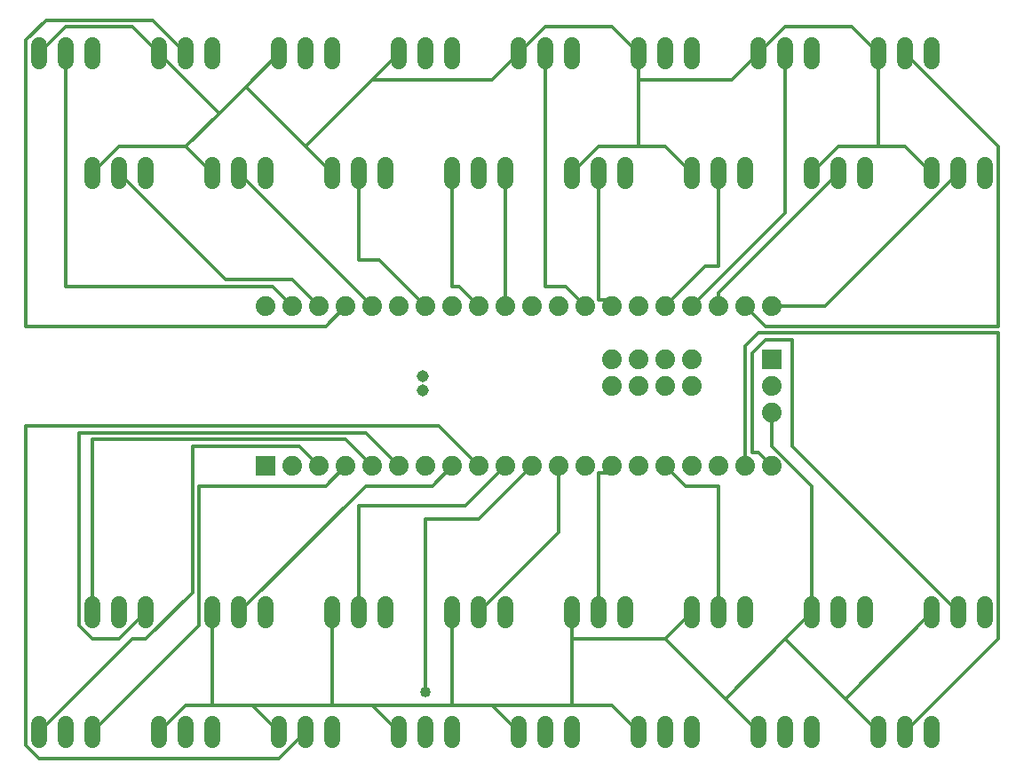
<source format=gbl>
G75*
%MOIN*%
%OFA0B0*%
%FSLAX25Y25*%
%IPPOS*%
%LPD*%
%AMOC8*
5,1,8,0,0,1.08239X$1,22.5*
%
%ADD10R,0.07400X0.07400*%
%ADD11C,0.07400*%
%ADD12C,0.04500*%
%ADD13C,0.05937*%
%ADD14C,0.01200*%
%ADD15C,0.04000*%
D10*
X0116800Y0136800D03*
X0306800Y0176800D03*
D11*
X0306800Y0166800D03*
X0306800Y0156800D03*
X0306800Y0136800D03*
X0296800Y0136800D03*
X0286800Y0136800D03*
X0276800Y0136800D03*
X0266800Y0136800D03*
X0256800Y0136800D03*
X0246800Y0136800D03*
X0236800Y0136800D03*
X0226800Y0136800D03*
X0216800Y0136800D03*
X0206800Y0136800D03*
X0196800Y0136800D03*
X0186800Y0136800D03*
X0176800Y0136800D03*
X0166800Y0136800D03*
X0156800Y0136800D03*
X0146800Y0136800D03*
X0136800Y0136800D03*
X0126800Y0136800D03*
X0126800Y0196800D03*
X0116800Y0196800D03*
X0136800Y0196800D03*
X0146800Y0196800D03*
X0156800Y0196800D03*
X0166800Y0196800D03*
X0176800Y0196800D03*
X0186800Y0196800D03*
X0196800Y0196800D03*
X0206800Y0196800D03*
X0216800Y0196800D03*
X0226800Y0196800D03*
X0236800Y0196800D03*
X0246800Y0196800D03*
X0256800Y0196800D03*
X0266800Y0196800D03*
X0276800Y0196800D03*
X0286800Y0196800D03*
X0296800Y0196800D03*
X0306800Y0196800D03*
X0276800Y0176800D03*
X0276800Y0166800D03*
X0266800Y0166800D03*
X0256800Y0166800D03*
X0246800Y0166800D03*
X0246800Y0176800D03*
X0256800Y0176800D03*
X0266800Y0176800D03*
D12*
X0175800Y0170400D03*
X0175800Y0165200D03*
D13*
X0186800Y0084769D02*
X0186800Y0078831D01*
X0196800Y0078831D02*
X0196800Y0084769D01*
X0206800Y0084769D02*
X0206800Y0078831D01*
X0231800Y0078831D02*
X0231800Y0084769D01*
X0241800Y0084769D02*
X0241800Y0078831D01*
X0251800Y0078831D02*
X0251800Y0084769D01*
X0276800Y0084769D02*
X0276800Y0078831D01*
X0286800Y0078831D02*
X0286800Y0084769D01*
X0296800Y0084769D02*
X0296800Y0078831D01*
X0321800Y0078831D02*
X0321800Y0084769D01*
X0331800Y0084769D02*
X0331800Y0078831D01*
X0341800Y0078831D02*
X0341800Y0084769D01*
X0366800Y0084769D02*
X0366800Y0078831D01*
X0376800Y0078831D02*
X0376800Y0084769D01*
X0386800Y0084769D02*
X0386800Y0078831D01*
X0366800Y0039769D02*
X0366800Y0033831D01*
X0356800Y0033831D02*
X0356800Y0039769D01*
X0346800Y0039769D02*
X0346800Y0033831D01*
X0321800Y0033831D02*
X0321800Y0039769D01*
X0311800Y0039769D02*
X0311800Y0033831D01*
X0301800Y0033831D02*
X0301800Y0039769D01*
X0276800Y0039769D02*
X0276800Y0033831D01*
X0266800Y0033831D02*
X0266800Y0039769D01*
X0256800Y0039769D02*
X0256800Y0033831D01*
X0231800Y0033831D02*
X0231800Y0039769D01*
X0221800Y0039769D02*
X0221800Y0033831D01*
X0211800Y0033831D02*
X0211800Y0039769D01*
X0186800Y0039769D02*
X0186800Y0033831D01*
X0176800Y0033831D02*
X0176800Y0039769D01*
X0166800Y0039769D02*
X0166800Y0033831D01*
X0141800Y0033831D02*
X0141800Y0039769D01*
X0131800Y0039769D02*
X0131800Y0033831D01*
X0121800Y0033831D02*
X0121800Y0039769D01*
X0096800Y0039769D02*
X0096800Y0033831D01*
X0086800Y0033831D02*
X0086800Y0039769D01*
X0076800Y0039769D02*
X0076800Y0033831D01*
X0051800Y0033831D02*
X0051800Y0039769D01*
X0041800Y0039769D02*
X0041800Y0033831D01*
X0031800Y0033831D02*
X0031800Y0039769D01*
X0051800Y0078831D02*
X0051800Y0084769D01*
X0061800Y0084769D02*
X0061800Y0078831D01*
X0071800Y0078831D02*
X0071800Y0084769D01*
X0096800Y0084769D02*
X0096800Y0078831D01*
X0106800Y0078831D02*
X0106800Y0084769D01*
X0116800Y0084769D02*
X0116800Y0078831D01*
X0141800Y0078831D02*
X0141800Y0084769D01*
X0151800Y0084769D02*
X0151800Y0078831D01*
X0161800Y0078831D02*
X0161800Y0084769D01*
X0161800Y0243831D02*
X0161800Y0249769D01*
X0151800Y0249769D02*
X0151800Y0243831D01*
X0141800Y0243831D02*
X0141800Y0249769D01*
X0116800Y0249769D02*
X0116800Y0243831D01*
X0106800Y0243831D02*
X0106800Y0249769D01*
X0096800Y0249769D02*
X0096800Y0243831D01*
X0071800Y0243831D02*
X0071800Y0249769D01*
X0061800Y0249769D02*
X0061800Y0243831D01*
X0051800Y0243831D02*
X0051800Y0249769D01*
X0051800Y0288831D02*
X0051800Y0294769D01*
X0041800Y0294769D02*
X0041800Y0288831D01*
X0031800Y0288831D02*
X0031800Y0294769D01*
X0076800Y0294769D02*
X0076800Y0288831D01*
X0086800Y0288831D02*
X0086800Y0294769D01*
X0096800Y0294769D02*
X0096800Y0288831D01*
X0121800Y0288831D02*
X0121800Y0294769D01*
X0131800Y0294769D02*
X0131800Y0288831D01*
X0141800Y0288831D02*
X0141800Y0294769D01*
X0166800Y0294769D02*
X0166800Y0288831D01*
X0176800Y0288831D02*
X0176800Y0294769D01*
X0186800Y0294769D02*
X0186800Y0288831D01*
X0211800Y0288831D02*
X0211800Y0294769D01*
X0221800Y0294769D02*
X0221800Y0288831D01*
X0231800Y0288831D02*
X0231800Y0294769D01*
X0256800Y0294769D02*
X0256800Y0288831D01*
X0266800Y0288831D02*
X0266800Y0294769D01*
X0276800Y0294769D02*
X0276800Y0288831D01*
X0301800Y0288831D02*
X0301800Y0294769D01*
X0311800Y0294769D02*
X0311800Y0288831D01*
X0321800Y0288831D02*
X0321800Y0294769D01*
X0346800Y0294769D02*
X0346800Y0288831D01*
X0356800Y0288831D02*
X0356800Y0294769D01*
X0366800Y0294769D02*
X0366800Y0288831D01*
X0366800Y0249769D02*
X0366800Y0243831D01*
X0376800Y0243831D02*
X0376800Y0249769D01*
X0386800Y0249769D02*
X0386800Y0243831D01*
X0341800Y0243831D02*
X0341800Y0249769D01*
X0331800Y0249769D02*
X0331800Y0243831D01*
X0321800Y0243831D02*
X0321800Y0249769D01*
X0296800Y0249769D02*
X0296800Y0243831D01*
X0286800Y0243831D02*
X0286800Y0249769D01*
X0276800Y0249769D02*
X0276800Y0243831D01*
X0251800Y0243831D02*
X0251800Y0249769D01*
X0241800Y0249769D02*
X0241800Y0243831D01*
X0231800Y0243831D02*
X0231800Y0249769D01*
X0206800Y0249769D02*
X0206800Y0243831D01*
X0196800Y0243831D02*
X0196800Y0249769D01*
X0186800Y0249769D02*
X0186800Y0243831D01*
D14*
X0026800Y0031800D02*
X0031800Y0026800D01*
X0121800Y0026800D01*
X0131800Y0036800D01*
X0121800Y0036800D02*
X0111800Y0046800D01*
X0141800Y0046800D01*
X0141800Y0081800D01*
X0151800Y0081800D02*
X0151800Y0121800D01*
X0191800Y0121800D01*
X0206800Y0136800D01*
X0196800Y0136800D02*
X0181800Y0151800D01*
X0026800Y0151800D01*
X0026800Y0031800D01*
X0031800Y0036800D02*
X0066800Y0071800D01*
X0071800Y0071800D01*
X0089300Y0089300D01*
X0089300Y0144300D01*
X0129300Y0144300D01*
X0136800Y0136800D01*
X0139300Y0129300D02*
X0146800Y0136800D01*
X0156800Y0136800D02*
X0146800Y0146800D01*
X0051800Y0146800D01*
X0051800Y0081800D01*
X0046800Y0076800D02*
X0046800Y0149300D01*
X0154300Y0149300D01*
X0166800Y0136800D01*
X0179300Y0129300D02*
X0154300Y0129300D01*
X0106800Y0081800D01*
X0096800Y0081800D02*
X0096800Y0046800D01*
X0086800Y0046800D01*
X0076800Y0036800D01*
X0096800Y0046800D02*
X0111800Y0046800D01*
X0141800Y0046800D02*
X0156800Y0046800D01*
X0186800Y0046800D01*
X0186800Y0081800D01*
X0196800Y0081800D02*
X0226800Y0111800D01*
X0226800Y0136800D01*
X0216800Y0136800D02*
X0196800Y0116800D01*
X0176800Y0116800D01*
X0176800Y0051800D01*
X0186800Y0046800D02*
X0201800Y0046800D01*
X0231800Y0046800D01*
X0231800Y0071800D01*
X0266800Y0071800D01*
X0289300Y0049300D01*
X0311800Y0071800D01*
X0334300Y0049300D01*
X0366800Y0081800D01*
X0376800Y0081800D02*
X0314300Y0144300D01*
X0314300Y0184300D01*
X0304300Y0184300D01*
X0299300Y0179300D01*
X0299300Y0141800D01*
X0301800Y0141800D01*
X0306800Y0136800D01*
X0306800Y0144300D02*
X0321800Y0129300D01*
X0321800Y0081800D01*
X0311800Y0071800D01*
X0286800Y0081800D02*
X0286800Y0129300D01*
X0274300Y0129300D01*
X0266800Y0136800D01*
X0246800Y0136800D02*
X0244300Y0134300D01*
X0241800Y0134300D01*
X0241800Y0081800D01*
X0231800Y0081800D02*
X0231800Y0071800D01*
X0231800Y0046800D02*
X0246800Y0046800D01*
X0256800Y0036800D01*
X0289300Y0049300D02*
X0301800Y0036800D01*
X0334300Y0049300D02*
X0346800Y0036800D01*
X0356800Y0036800D02*
X0391800Y0071800D01*
X0391800Y0186800D01*
X0301800Y0186800D01*
X0296800Y0181800D01*
X0296800Y0136800D01*
X0306800Y0144300D02*
X0306800Y0156800D01*
X0304300Y0189300D02*
X0296800Y0196800D01*
X0286800Y0196800D02*
X0286800Y0201800D01*
X0331800Y0246800D01*
X0331800Y0256800D02*
X0346800Y0256800D01*
X0346800Y0291800D01*
X0336800Y0301800D01*
X0311800Y0301800D01*
X0301800Y0291800D01*
X0291800Y0281800D01*
X0256800Y0281800D01*
X0256800Y0291800D01*
X0246800Y0301800D01*
X0221800Y0301800D01*
X0211800Y0291800D01*
X0201800Y0281800D01*
X0156800Y0281800D01*
X0166800Y0291800D01*
X0156800Y0281800D02*
X0131800Y0256800D01*
X0141800Y0246800D01*
X0151800Y0246800D02*
X0151800Y0214300D01*
X0159300Y0214300D01*
X0176800Y0196800D01*
X0186800Y0204300D02*
X0189300Y0204300D01*
X0196800Y0196800D01*
X0206800Y0196800D02*
X0206800Y0246800D01*
X0186800Y0246800D02*
X0186800Y0204300D01*
X0156800Y0196800D02*
X0106800Y0246800D01*
X0096800Y0246800D02*
X0086800Y0256800D01*
X0099300Y0269300D01*
X0076800Y0291800D01*
X0066800Y0301800D01*
X0041800Y0301800D01*
X0031800Y0291800D01*
X0026800Y0296800D02*
X0026800Y0189300D01*
X0139300Y0189300D01*
X0146800Y0196800D01*
X0136800Y0196800D02*
X0126800Y0206800D01*
X0101800Y0206800D01*
X0061800Y0246800D01*
X0061800Y0256800D02*
X0051800Y0246800D01*
X0061800Y0256800D02*
X0086800Y0256800D01*
X0099300Y0269300D02*
X0109300Y0279300D01*
X0131800Y0256800D01*
X0109300Y0279300D02*
X0121800Y0291800D01*
X0086800Y0291800D02*
X0074300Y0304300D01*
X0034300Y0304300D01*
X0026800Y0296800D01*
X0041800Y0291800D02*
X0041800Y0204300D01*
X0119300Y0204300D01*
X0126800Y0196800D01*
X0186800Y0136800D02*
X0179300Y0129300D01*
X0139300Y0129300D02*
X0091800Y0129300D01*
X0091800Y0076800D01*
X0051800Y0036800D01*
X0051800Y0071800D02*
X0046800Y0076800D01*
X0051800Y0071800D02*
X0061800Y0071800D01*
X0071800Y0081800D01*
X0156800Y0046800D02*
X0166800Y0036800D01*
X0201800Y0046800D02*
X0211800Y0036800D01*
X0266800Y0071800D02*
X0276800Y0081800D01*
X0304300Y0189300D02*
X0391800Y0189300D01*
X0391800Y0256800D01*
X0356800Y0291800D01*
X0311800Y0291800D02*
X0311800Y0231800D01*
X0276800Y0196800D01*
X0266800Y0196800D02*
X0281800Y0211800D01*
X0286800Y0211800D01*
X0286800Y0246800D01*
X0276800Y0246800D02*
X0266800Y0256800D01*
X0256800Y0256800D01*
X0256800Y0281800D01*
X0256800Y0256800D02*
X0241800Y0256800D01*
X0231800Y0246800D01*
X0241800Y0246800D02*
X0241800Y0199300D01*
X0244300Y0199300D01*
X0246800Y0196800D01*
X0236800Y0196800D02*
X0229300Y0204300D01*
X0221800Y0204300D01*
X0221800Y0291800D01*
X0321800Y0246800D02*
X0331800Y0256800D01*
X0346800Y0256800D02*
X0356800Y0256800D01*
X0366800Y0246800D01*
X0376800Y0246800D02*
X0326800Y0196800D01*
X0306800Y0196800D01*
D15*
X0176800Y0051800D03*
M02*

</source>
